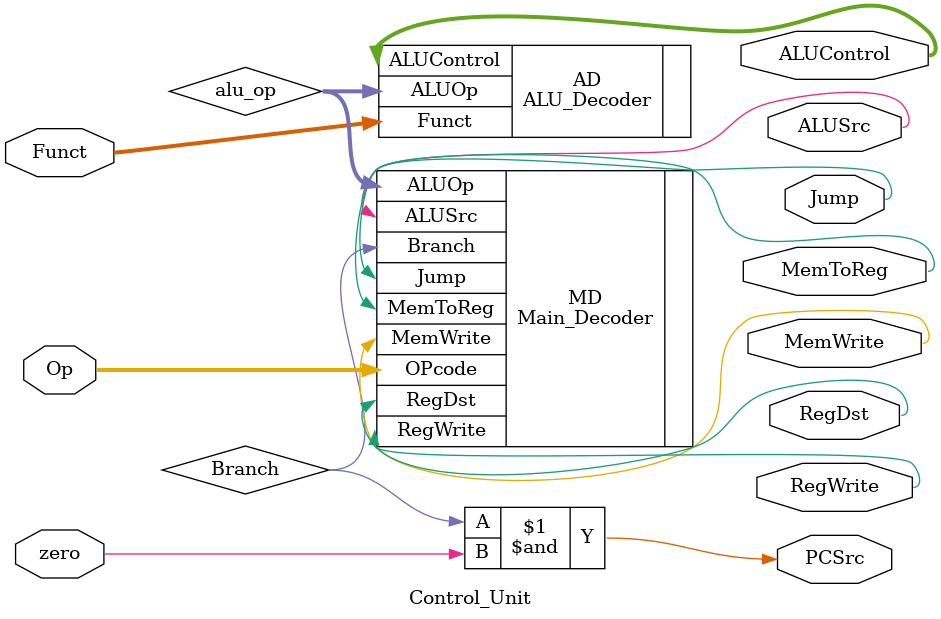
<source format=v>
module Control_Unit(
    input wire[5:0]Op,
    input wire[5:0]Funct,

    input wire zero,

    output wire RegWrite,
    output wire RegDst,
    output wire ALUSrc,
    output wire[2:0]ALUControl,
    output wire MemWrite,
    output wire MemToReg,
    output wire Jump,

    output wire PCSrc
    );


wire[1:0]alu_op;
wire Branch;


Main_Decoder MD(  .OPcode(Op), .MemToReg(MemToReg), 
                .MemWrite(MemWrite), .Branch(Branch), 
                .RegDst(RegDst), .RegWrite(RegWrite),  
                .ALUSrc(ALUSrc), .Jump(Jump),
                .ALUOp(alu_op) );



ALU_Decoder AD(   .Funct(Funct), .ALUOp(alu_op), .ALUControl(ALUControl) );



assign PCSrc = Branch & zero;

endmodule

</source>
